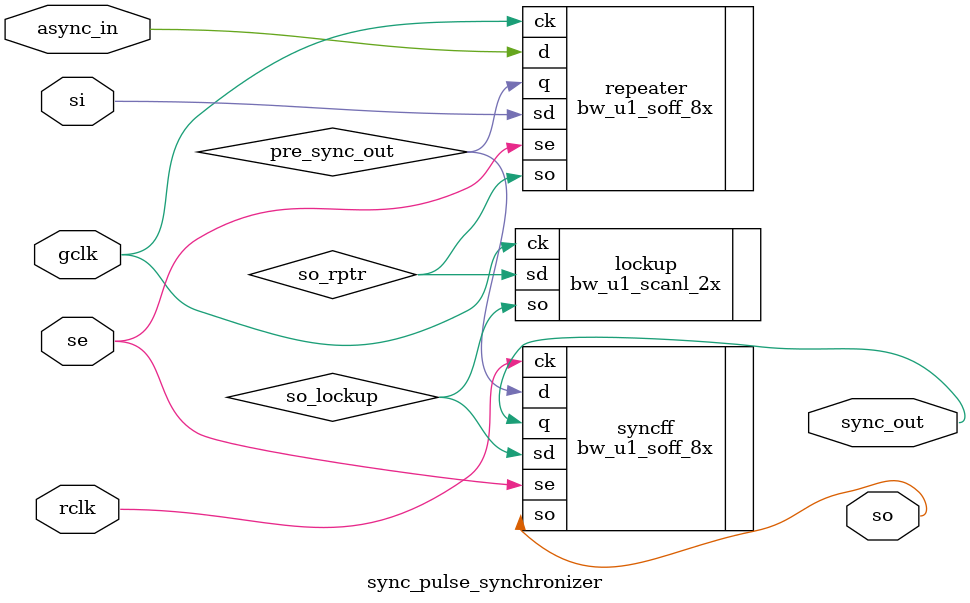
<source format=v>

module sync_pulse_synchronizer (/*AUTOARG*/
   // Outputs
   sync_out, so, 
   // Inputs
   async_in, gclk, rclk, si, se
   );

   output sync_out;
   output so;
   
   input  async_in;
   input  gclk;
   input  rclk;
   input  si;
   input  se;

   wire   pre_sync_out;
   wire   so_rptr;
   wire   so_lockup;

   // Flop drive strengths to be adjusted as necessary
   
   bw_u1_soff_8x repeater (
                           .q (pre_sync_out),
                           .so (so_rptr),
                           .ck (gclk),
                           .d (async_in),	
                           .se (se),
                           .sd (si)
			   );

   bw_u1_scanl_2x lockup (
			   .so (so_lockup),
			   .sd (so_rptr),
			   .ck (gclk)
			   );

   bw_u1_soff_8x syncff (
                         .q (sync_out),
                         .so (so),
                         .ck (rclk),
                         .d (pre_sync_out),
                         .se (se),
                         .sd (so_lockup)
			 );

endmodule // sync_pulse_synchronizer

</source>
